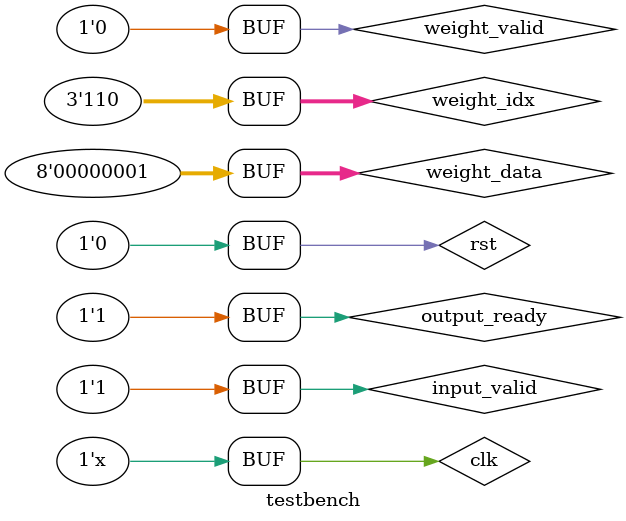
<source format=v>

`timescale 1ns / 1ps


module testbench;

reg clk, rst;

wire [15:0] output_data;
reg [7:0] input_data;
reg [7:0] weight_data;
reg [2:0] weight_idx;

wire weight_ready;
wire input_ready;
reg input_valid;
reg weight_valid;
reg output_ready;
wire output_valid;

initial begin
    clk = 0;
    rst = 1;
    weight_idx = 0;
    weight_data = 0;
    input_data = 0;
    output_ready = 0;
    input_valid = 0;
    weight_valid = 0;
    #14
    weight_valid = 1;
    #6;
    rst = 0;
    #4;
    output_ready = 1;
    weight_idx = 0;
    weight_data = 1;
    #4;
    weight_idx = 1;
    weight_data = 1;
    #4;
    weight_idx = 2;
    weight_data = 1;
    #4;
    weight_idx = 3;
    weight_data = 1;
    #4;
    weight_idx = 4;
    weight_data = 1;
    #4;
    weight_idx = 5;
    weight_data = 1;
    #4;
    weight_idx = 6;
    weight_data = 1;
    #4;
    weight_valid = 0;
    #8
    input_valid = 1;
    #32
    rst = 1;
    weight_idx = 0;
    weight_data = 0;
    input_data = 0;
    output_ready = 0;
    input_valid = 0;
    weight_valid = 0;
    #14
    weight_valid = 1;
    #6;
    rst = 0;
//    #4;
    output_ready = 1;
    weight_idx = 0;
    weight_data = 1;
    input_valid = 1;
    #4;
    weight_idx = 1;
    weight_data = 1;
    #4;
    weight_idx = 2;
    weight_data = 1;
    #4;
    weight_idx = 3;
    weight_data = 1;
    #4;
    weight_idx = 4;
    weight_data = 1;
    #4;
    weight_idx = 5;
    weight_data = 1;
    #4;
    weight_idx = 6;
    weight_data = 1;
    #4;
    weight_valid = 0;
//    #8
//    input_valid = 1;
end 

FIR_Filter fir(.clk(clk), .rst(rst), .input_data(input_data), .weight_data(weight_data), .weight_idx(weight_idx), .weight_ready(weight_ready),
            .weight_valid(weight_valid), .input_ready(input_ready), .input_valid(input_valid), .output_ready(output_ready), .output_valid(output_valid), .output_data(output_data));



always 
begin
    clk = ~clk;
    #2;
end 

always@(posedge clk)
begin
    if(input_valid & input_ready)
        input_data <= input_data + 1;
end
    
endmodule


</source>
